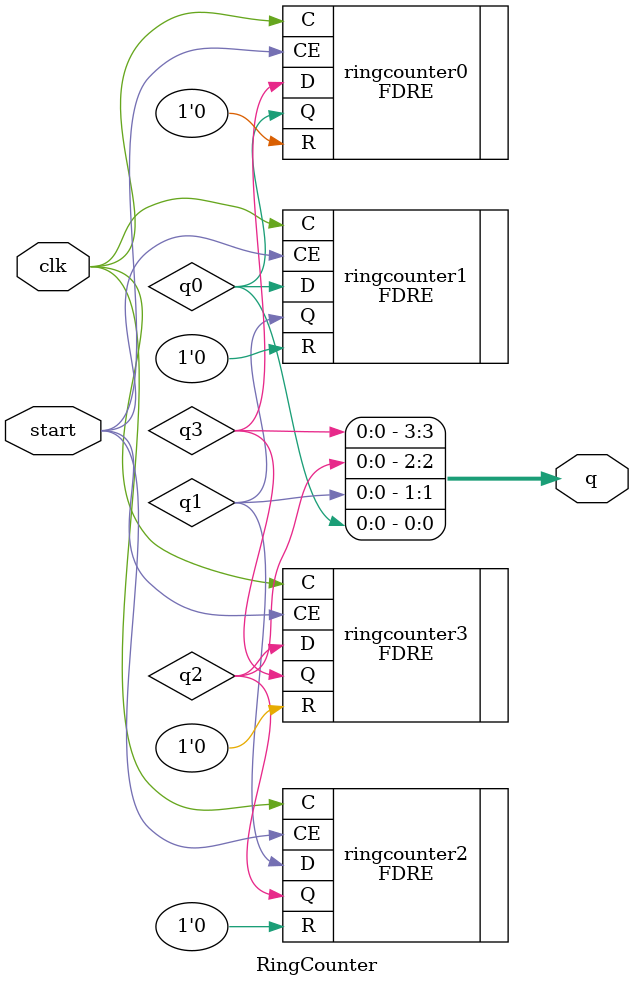
<source format=v>
`timescale 1ns / 1ps


module RingCounter(
input start,
input clk,
output [3:0]q
    );
wire q0,q1,q2;
FDRE #(.INIT(1'b0)) ringcounter0 (.C(clk), .R(1'b0), .CE(start), .D(q3), .Q(q0));
FDRE #(.INIT(1'b0)) ringcounter1 (.C(clk), .R(1'b0), .CE(start), .D(q0), .Q(q1));
FDRE #(.INIT(1'b1)) ringcounter2 (.C(clk), .R(1'b0), .CE(start), .D(q1), .Q(q2));
FDRE #(.INIT(1'b0)) ringcounter3 (.C(clk), .R(1'b0), .CE(start), .D(q2), .Q(q3));
assign q={q3,q2,q1,q0};


endmodule

</source>
